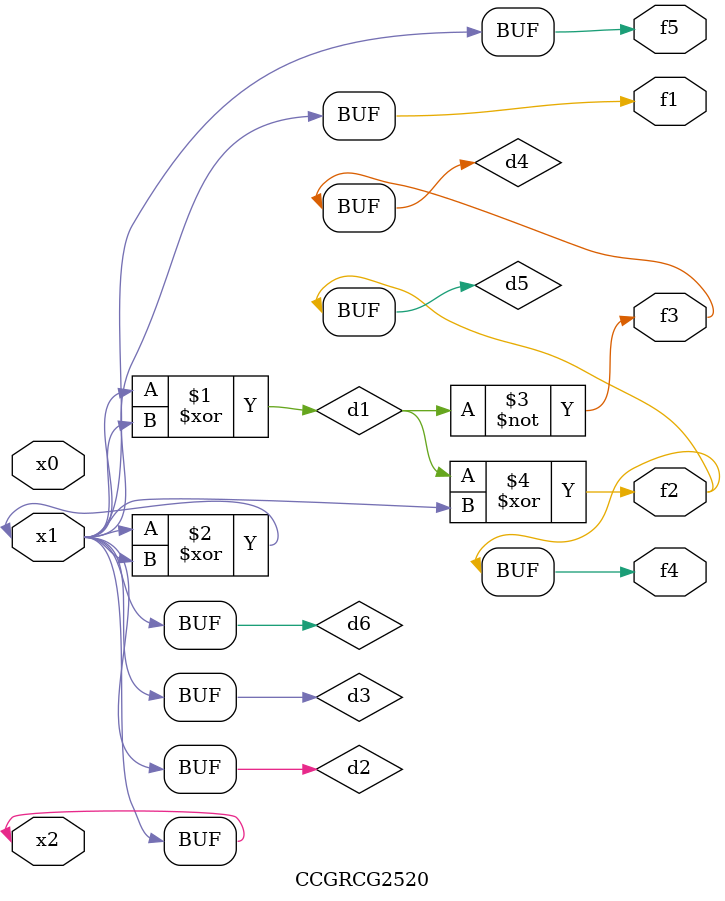
<source format=v>
module CCGRCG2520(
	input x0, x1, x2,
	output f1, f2, f3, f4, f5
);

	wire d1, d2, d3, d4, d5, d6;

	xor (d1, x1, x2);
	buf (d2, x1, x2);
	xor (d3, x1, x2);
	nor (d4, d1);
	xor (d5, d1, d2);
	buf (d6, d2, d3);
	assign f1 = d6;
	assign f2 = d5;
	assign f3 = d4;
	assign f4 = d5;
	assign f5 = d6;
endmodule

</source>
